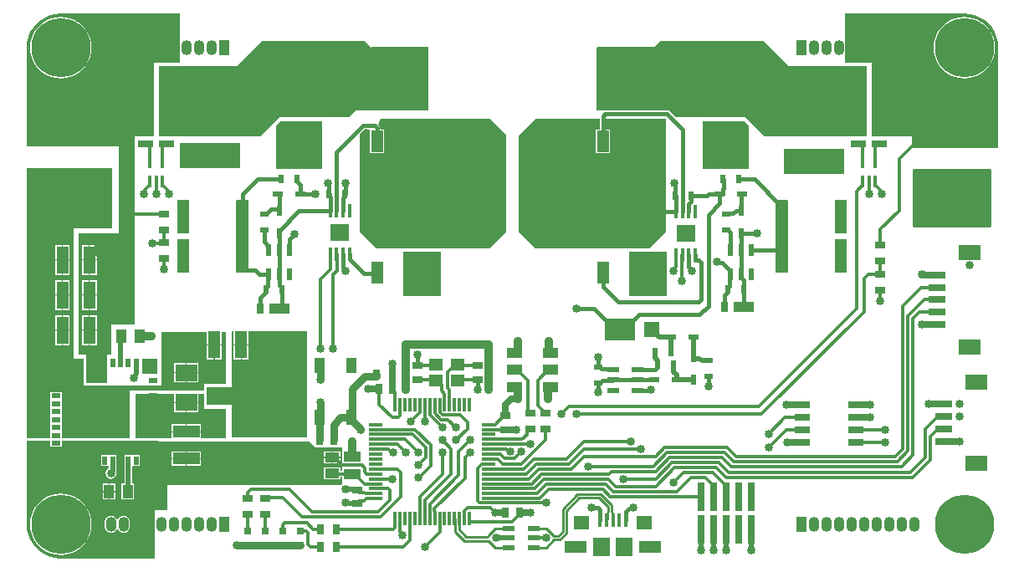
<source format=gtl>
G04*
G04 #@! TF.GenerationSoftware,Altium Limited,Altium Designer,21.0.8 (223)*
G04*
G04 Layer_Physical_Order=1*
G04 Layer_Color=255*
%FSLAX25Y25*%
%MOIN*%
G70*
G04*
G04 #@! TF.SameCoordinates,7C19FEE0-9405-418D-A0C6-2703AC14626A*
G04*
G04*
G04 #@! TF.FilePolarity,Positive*
G04*
G01*
G75*
%ADD14R,0.12205X0.08661*%
%ADD15R,0.05906X0.05984*%
%ADD16R,0.07874X0.04331*%
%ADD17R,0.03150X0.04331*%
%ADD18R,0.01575X0.05315*%
%ADD19R,0.06299X0.05512*%
%ADD20R,0.09055X0.05118*%
%ADD21R,0.07087X0.07480*%
%ADD22R,0.10709X0.04961*%
%ADD23R,0.05886X0.11614*%
%ADD24R,0.05886X0.02756*%
G04:AMPARAMS|DCode=25|XSize=314.96mil|YSize=236.22mil|CornerRadius=11.81mil|HoleSize=0mil|Usage=FLASHONLY|Rotation=0.000|XOffset=0mil|YOffset=0mil|HoleType=Round|Shape=RoundedRectangle|*
%AMROUNDEDRECTD25*
21,1,0.31496,0.21260,0,0,0.0*
21,1,0.29134,0.23622,0,0,0.0*
1,1,0.02362,0.14567,-0.10630*
1,1,0.02362,-0.14567,-0.10630*
1,1,0.02362,-0.14567,0.10630*
1,1,0.02362,0.14567,0.10630*
%
%ADD25ROUNDEDRECTD25*%
%ADD26R,0.02126X0.03701*%
%ADD27R,0.02362X0.04921*%
%ADD28R,0.01968X0.04134*%
%ADD29R,0.03701X0.02126*%
%ADD30R,0.04134X0.01968*%
%ADD31R,0.04921X0.13189*%
%ADD32R,0.13976X0.19291*%
%ADD33R,0.06004X0.02559*%
%ADD34R,0.03937X0.03150*%
%ADD35R,0.03071X0.03858*%
%ADD36R,0.03150X0.03937*%
%ADD37R,0.04724X0.08661*%
%ADD38R,0.22835X0.25197*%
%ADD39R,0.05807X0.01181*%
%ADD40R,0.01181X0.05807*%
%ADD41R,0.07087X0.02756*%
%ADD42R,0.08661X0.06299*%
%ADD43R,0.08465X0.16929*%
%ADD44R,0.01575X0.04724*%
%ADD45R,0.01772X0.05610*%
%ADD46R,0.07402X0.06614*%
%ADD47R,0.04921X0.02362*%
%ADD48R,0.05787X0.04016*%
%ADD49R,0.06496X0.06496*%
%ADD50R,0.01968X0.03740*%
%ADD51R,0.03740X0.01968*%
%ADD52R,0.19685X0.09252*%
%ADD53R,0.04409X0.04134*%
%ADD54R,0.03937X0.12992*%
%ADD55R,0.03858X0.03071*%
%ADD56R,0.03937X0.06102*%
%ADD57R,0.05512X0.04528*%
%ADD58R,0.02559X0.11221*%
%ADD59R,0.07480X0.03543*%
%ADD60R,0.07480X0.12598*%
%ADD61R,0.04528X0.02362*%
%ADD62R,0.07008X0.04016*%
%ADD63R,0.08858X0.06890*%
%ADD64R,0.05118X0.11102*%
%ADD65R,0.11102X0.05118*%
%ADD66R,0.03150X0.03150*%
%ADD67R,0.06299X0.03937*%
%ADD68R,0.04134X0.05512*%
%ADD124C,0.03347*%
%ADD129C,0.01772*%
%ADD130C,0.02000*%
%ADD131C,0.01181*%
%ADD132C,0.01575*%
%ADD133C,0.02559*%
%ADD134C,0.03071*%
%ADD135C,0.00972*%
%ADD136C,0.03937*%
%ADD137C,0.01968*%
%ADD138C,0.03150*%
%ADD139O,0.04331X0.05906*%
%ADD140R,0.04331X0.05906*%
%ADD141C,0.03347*%
%ADD142C,0.23622*%
%ADD143C,0.07874*%
G36*
X138583Y205098D02*
X161417D01*
Y179902D01*
X132402D01*
X129931Y177431D01*
X102431Y177431D01*
X94500Y169500D01*
X67500Y169500D01*
X54000D01*
Y197500D01*
X85000D01*
X95000Y207500D01*
X136181D01*
X138583Y205098D01*
D02*
G37*
G36*
X305000Y197500D02*
X336000D01*
Y169500D01*
X322000D01*
X295500Y169500D01*
X287569Y177431D01*
X260069Y177431D01*
X257598Y179902D01*
X228583D01*
Y205098D01*
X251417D01*
X253819Y207500D01*
X295000D01*
X305000Y197500D01*
D02*
G37*
G36*
X377129Y218440D02*
X379205Y217942D01*
X381178Y217125D01*
X382998Y216009D01*
X384622Y214622D01*
X386009Y212998D01*
X387124Y211178D01*
X387942Y209205D01*
X388440Y207129D01*
X388602Y205069D01*
X388589Y205000D01*
Y165000D01*
X354000Y165000D01*
Y169500D01*
X338000D01*
Y199000D01*
X327500D01*
Y203548D01*
X327588Y204213D01*
Y205787D01*
X327500Y206452D01*
Y218589D01*
X375000D01*
X375069Y218602D01*
X377129Y218440D01*
D02*
G37*
G36*
X256000Y131500D02*
X249500Y125000D01*
X204000D01*
X197500Y131500D01*
Y170000D01*
X204000Y176500D01*
X229813D01*
Y172428D01*
X228261D01*
Y162966D01*
X233786D01*
Y172428D01*
X232234D01*
Y176500D01*
X256000D01*
Y131500D01*
D02*
G37*
G36*
X192500Y170000D02*
X192500Y131500D01*
X186000Y125000D01*
X140500D01*
X134000Y131500D01*
X134000Y170788D01*
X136002Y172789D01*
X136214D01*
X138261Y172428D01*
Y162966D01*
X143786D01*
Y172428D01*
X142551D01*
X142234Y173011D01*
Y173077D01*
X142142Y173541D01*
X141880Y173934D01*
X141880Y173934D01*
X141559Y174254D01*
X141519Y174328D01*
X142286Y176483D01*
X142300Y176500D01*
X186000Y176500D01*
X192500Y170000D01*
D02*
G37*
G36*
X86500Y157000D02*
X62500D01*
Y167000D01*
X86500D01*
Y157000D01*
D02*
G37*
G36*
X289216Y173784D02*
X289216Y156500D01*
X270784D01*
X270784Y175500D01*
X287500Y175500D01*
X289216Y173784D01*
D02*
G37*
G36*
X119216Y175500D02*
X119216Y156500D01*
X100784D01*
X100784Y173784D01*
X102500Y175500D01*
X119216Y175500D01*
D02*
G37*
G36*
X327000Y154500D02*
X303000D01*
Y164500D01*
X327000D01*
Y154500D01*
D02*
G37*
G36*
X35500Y157000D02*
X35500Y133000D01*
X20000Y133000D01*
X20000Y125117D01*
X20000Y81114D01*
X24035Y81114D01*
Y70354D01*
X53760Y70354D01*
X54854D01*
X55000Y70500D01*
Y78850D01*
Y91768D01*
X73187D01*
Y86700D01*
X76146D01*
X79105D01*
Y91768D01*
X80732D01*
Y71000D01*
X72000D01*
Y68319D01*
X53760D01*
X42342Y68319D01*
X42342Y49421D01*
X15380Y49421D01*
Y51671D01*
X15380Y51790D01*
Y52171D01*
X15380Y52290D01*
Y54821D01*
X15380Y54939D01*
Y55321D01*
X15380Y55439D01*
Y57970D01*
X15380Y58089D01*
Y58470D01*
X15380Y58589D01*
Y61120D01*
X15380Y61239D01*
Y61620D01*
X15380Y61739D01*
Y64269D01*
X15380Y64388D01*
Y64769D01*
X15380Y64888D01*
Y67538D01*
X10840D01*
Y64888D01*
X10840Y64769D01*
Y64388D01*
X10840Y64269D01*
Y61739D01*
X10840Y61620D01*
Y61239D01*
X10840Y61120D01*
Y58589D01*
X10840Y58470D01*
Y58089D01*
X10840Y57970D01*
Y55439D01*
X10840Y55321D01*
Y54939D01*
X10840Y54821D01*
Y52290D01*
X10840Y52171D01*
Y51790D01*
X10840Y51671D01*
Y49421D01*
X1411D01*
Y157000D01*
X35500Y157000D01*
D02*
G37*
G36*
X304650Y115405D02*
X299728D01*
Y144095D01*
X304650D01*
Y115405D01*
D02*
G37*
G36*
X89772D02*
X84850D01*
Y144095D01*
X89772D01*
Y115405D01*
D02*
G37*
G36*
X256500Y106000D02*
X241500D01*
Y123500D01*
X256500D01*
Y106000D01*
D02*
G37*
G36*
X166500D02*
X151500D01*
Y123500D01*
X166500D01*
Y106000D01*
D02*
G37*
G36*
X113000Y49500D02*
X83000D01*
Y62500D01*
X73252D01*
Y69500D01*
X83000D01*
Y92000D01*
X83895D01*
Y86700D01*
X86854D01*
X89813D01*
Y92000D01*
X113000D01*
Y49500D01*
D02*
G37*
G36*
X15000Y218589D02*
X62500D01*
Y206452D01*
X62413Y205787D01*
Y204213D01*
X62500Y203548D01*
Y199000D01*
X62500Y199000D01*
X52000D01*
Y169500D01*
X44500D01*
Y94500D01*
X35000D01*
X35000Y82500D01*
X33484D01*
Y71469D01*
X25216D01*
Y82500D01*
X22000D01*
X22000Y131000D01*
X38000Y131000D01*
X38000Y165500D01*
X1411Y165500D01*
Y204500D01*
X1411Y205000D01*
X1431Y205492D01*
X1560Y207129D01*
X2058Y209205D01*
X2875Y211178D01*
X3991Y212998D01*
X5378Y214622D01*
X7002Y216009D01*
X8822Y217125D01*
X10795Y217942D01*
X12871Y218440D01*
X14931Y218602D01*
X15000Y218589D01*
D02*
G37*
G36*
X60171Y67138D02*
Y63794D01*
X65000D01*
X69829D01*
Y67138D01*
X72000D01*
X72000Y61000D01*
X80732D01*
Y49421D01*
X70951D01*
Y51654D01*
X59049D01*
Y49421D01*
X44705D01*
X44705Y67138D01*
X53760D01*
X60171D01*
D02*
G37*
G36*
X10840Y48240D02*
Y45872D01*
X15380D01*
Y48240D01*
X53760Y48240D01*
Y48000D01*
X114000D01*
X116500Y45500D01*
X127035Y45500D01*
X127035Y36622D01*
X126630Y36277D01*
X126294Y36399D01*
Y37758D01*
X119706D01*
Y32943D01*
X126294D01*
Y33986D01*
X127035D01*
X127035Y30939D01*
X126591Y30500D01*
X110965Y30500D01*
X57500Y30500D01*
Y20500D01*
X52500D01*
Y16452D01*
X52412Y15787D01*
Y14213D01*
X52500Y13548D01*
Y1411D01*
X15529D01*
X15030Y1411D01*
X15029Y1411D01*
X14536Y1430D01*
X12884Y1560D01*
X10805Y2059D01*
X8830Y2877D01*
X7008Y3994D01*
X5382Y5382D01*
X3994Y7008D01*
X2877Y8830D01*
X2059Y10805D01*
X1560Y12884D01*
X1432Y14510D01*
X1411Y15001D01*
X1411Y15030D01*
X1411Y15494D01*
Y48240D01*
X10840D01*
D02*
G37*
%LPC*%
G36*
X375000Y217249D02*
X373084Y217098D01*
X371215Y216649D01*
X369439Y215914D01*
X367800Y214910D01*
X366339Y213661D01*
X365090Y212200D01*
X364086Y210561D01*
X363351Y208785D01*
X362902Y206916D01*
X362751Y205000D01*
X362902Y203084D01*
X363351Y201215D01*
X364086Y199439D01*
X365090Y197800D01*
X366339Y196339D01*
X367800Y195090D01*
X369439Y194086D01*
X371215Y193351D01*
X373084Y192902D01*
X375000Y192751D01*
X376916Y192902D01*
X378785Y193351D01*
X380561Y194086D01*
X382200Y195090D01*
X383661Y196339D01*
X384910Y197800D01*
X385914Y199439D01*
X386649Y201215D01*
X387098Y203084D01*
X387249Y205000D01*
X387098Y206916D01*
X386649Y208785D01*
X385914Y210561D01*
X384910Y212200D01*
X383661Y213661D01*
X382200Y214910D01*
X380561Y215914D01*
X378785Y216649D01*
X376916Y217098D01*
X375000Y217249D01*
D02*
G37*
G36*
X18605Y126306D02*
X15846D01*
Y120554D01*
X18605D01*
Y126306D01*
D02*
G37*
G36*
X15446D02*
X12687D01*
Y120554D01*
X15446D01*
Y126306D01*
D02*
G37*
G36*
X18605Y120154D02*
X15846D01*
Y114403D01*
X18605D01*
Y120154D01*
D02*
G37*
G36*
X15446D02*
X12687D01*
Y114403D01*
X15446D01*
Y120154D01*
D02*
G37*
G36*
X18605Y112306D02*
X15846D01*
Y106554D01*
X18605D01*
Y112306D01*
D02*
G37*
G36*
X15446D02*
X12687D01*
Y106554D01*
X15446D01*
Y112306D01*
D02*
G37*
G36*
X18605Y106154D02*
X15846D01*
Y100403D01*
X18605D01*
Y106154D01*
D02*
G37*
G36*
X15446D02*
X12687D01*
Y100403D01*
X15446D01*
Y106154D01*
D02*
G37*
G36*
X18605Y98306D02*
X15846D01*
Y92554D01*
X18605D01*
Y98306D01*
D02*
G37*
G36*
X15446D02*
X12687D01*
Y92554D01*
X15446D01*
Y98306D01*
D02*
G37*
G36*
X18605Y92154D02*
X15846D01*
Y86403D01*
X18605D01*
Y92154D01*
D02*
G37*
G36*
X15446D02*
X12687D01*
Y86403D01*
X15446D01*
Y92154D01*
D02*
G37*
G36*
X79105Y86300D02*
X76346D01*
Y80549D01*
X79105D01*
Y86300D01*
D02*
G37*
G36*
X75946D02*
X73187D01*
Y80549D01*
X75946D01*
Y86300D01*
D02*
G37*
G36*
X69829Y79250D02*
X65200D01*
Y75605D01*
X69829D01*
Y79250D01*
D02*
G37*
G36*
X64800D02*
X60171D01*
Y75605D01*
X64800D01*
Y79250D01*
D02*
G37*
G36*
X69829Y75205D02*
X65200D01*
Y71561D01*
X69829D01*
Y75205D01*
D02*
G37*
G36*
X64800D02*
X60171D01*
Y71561D01*
X64800D01*
Y75205D01*
D02*
G37*
G36*
X89813Y86300D02*
X87054D01*
Y80549D01*
X89813D01*
Y86300D01*
D02*
G37*
G36*
X86654D02*
X83895D01*
Y80549D01*
X86654D01*
Y86300D01*
D02*
G37*
G36*
X15000Y217249D02*
X13084Y217098D01*
X11215Y216649D01*
X9439Y215914D01*
X7800Y214910D01*
X6339Y213661D01*
X5091Y212200D01*
X4086Y210561D01*
X3351Y208785D01*
X2902Y206916D01*
X2751Y205000D01*
X2902Y203084D01*
X3351Y201215D01*
X4086Y199439D01*
X5091Y197800D01*
X6339Y196339D01*
X7800Y195090D01*
X9439Y194086D01*
X11215Y193351D01*
X13084Y192902D01*
X15000Y192751D01*
X16916Y192902D01*
X18785Y193351D01*
X20561Y194086D01*
X22200Y195090D01*
X23661Y196339D01*
X24909Y197800D01*
X25914Y199439D01*
X26649Y201215D01*
X27098Y203084D01*
X27249Y205000D01*
X27098Y206916D01*
X26649Y208785D01*
X25914Y210561D01*
X24909Y212200D01*
X23661Y213661D01*
X22200Y214910D01*
X20561Y215914D01*
X18785Y216649D01*
X16916Y217098D01*
X15000Y217249D01*
D02*
G37*
G36*
X29313Y126306D02*
X26554D01*
Y120554D01*
X29313D01*
Y126306D01*
D02*
G37*
G36*
X26154D02*
X23395D01*
Y120554D01*
X26154D01*
Y126306D01*
D02*
G37*
G36*
X29313Y120154D02*
X26554D01*
Y114403D01*
X29313D01*
Y120154D01*
D02*
G37*
G36*
X26154D02*
X23395D01*
Y114403D01*
X26154D01*
Y120154D01*
D02*
G37*
G36*
X29313Y112306D02*
X26554D01*
Y106554D01*
X29313D01*
Y112306D01*
D02*
G37*
G36*
X26154D02*
X23395D01*
Y106554D01*
X26154D01*
Y112306D01*
D02*
G37*
G36*
X29313Y106154D02*
X26554D01*
Y100403D01*
X29313D01*
Y106154D01*
D02*
G37*
G36*
X26154D02*
X23395D01*
Y100403D01*
X26154D01*
Y106154D01*
D02*
G37*
G36*
X29313Y98306D02*
X26554D01*
Y92554D01*
X29313D01*
Y98306D01*
D02*
G37*
G36*
X26154D02*
X23395D01*
Y92554D01*
X26154D01*
Y98306D01*
D02*
G37*
G36*
X29313Y92154D02*
X26554D01*
Y86403D01*
X29313D01*
Y92154D01*
D02*
G37*
G36*
X26154D02*
X23395D01*
Y86403D01*
X26154D01*
Y92154D01*
D02*
G37*
G36*
X69829Y63394D02*
X65200D01*
Y59750D01*
X69829D01*
Y63394D01*
D02*
G37*
G36*
X64800D02*
X60171D01*
Y59750D01*
X64800D01*
Y63394D01*
D02*
G37*
G36*
X70951Y54813D02*
X65200D01*
Y52054D01*
X70951D01*
Y54813D01*
D02*
G37*
G36*
X64800D02*
X59049D01*
Y52054D01*
X64800D01*
Y54813D01*
D02*
G37*
G36*
X126294Y44058D02*
X123200D01*
Y41850D01*
X126294D01*
Y44058D01*
D02*
G37*
G36*
X122800D02*
X119706D01*
Y41850D01*
X122800D01*
Y44058D01*
D02*
G37*
G36*
X70951Y44105D02*
X65200D01*
Y41346D01*
X70951D01*
Y44105D01*
D02*
G37*
G36*
X64800D02*
X59049D01*
Y41346D01*
X64800D01*
Y44105D01*
D02*
G37*
G36*
X126294Y41450D02*
X123200D01*
Y39242D01*
X126294D01*
Y41450D01*
D02*
G37*
G36*
X122800D02*
X119706D01*
Y39242D01*
X122800D01*
Y41450D01*
D02*
G37*
G36*
X70951Y40946D02*
X65200D01*
Y38187D01*
X70951D01*
Y40946D01*
D02*
G37*
G36*
X64800D02*
X59049D01*
Y38187D01*
X64800D01*
Y40946D01*
D02*
G37*
G36*
X34265Y42735D02*
X33884D01*
X33765Y42735D01*
X31116D01*
Y38195D01*
X33806Y38195D01*
X34174Y37815D01*
X34164Y37635D01*
X34130Y37387D01*
X33433Y36921D01*
X32953Y36202D01*
X32784Y35354D01*
X32953Y34506D01*
X33433Y33788D01*
X34152Y33307D01*
X35000Y33139D01*
X35848Y33307D01*
X36567Y33788D01*
X37047Y34506D01*
X37216Y35354D01*
X37047Y36202D01*
X37031Y36226D01*
X37061Y36377D01*
Y40465D01*
X37034Y40601D01*
Y42735D01*
X34384D01*
X34265Y42735D01*
D02*
G37*
G36*
X36727Y31156D02*
X34460D01*
Y28200D01*
X36727D01*
Y31156D01*
D02*
G37*
G36*
X34060D02*
X31793D01*
Y28200D01*
X34060D01*
Y31156D01*
D02*
G37*
G36*
X43714Y42735D02*
X43333D01*
X43214Y42735D01*
X40565D01*
Y40601D01*
X40538Y40465D01*
Y31156D01*
X39273D01*
Y24844D01*
X44207D01*
Y31156D01*
X43360D01*
Y37842D01*
X43714Y38195D01*
X43860Y38195D01*
X46483D01*
Y42735D01*
X43833D01*
X43714Y42735D01*
D02*
G37*
G36*
X36727Y27800D02*
X34460D01*
Y24844D01*
X36727D01*
Y27800D01*
D02*
G37*
G36*
X34060D02*
X31793D01*
Y24844D01*
X34060D01*
Y27800D01*
D02*
G37*
G36*
X40000Y18375D02*
X39330Y18287D01*
X38706Y18028D01*
X38170Y17617D01*
X37774Y17100D01*
X37648Y17081D01*
X37352D01*
X37226Y17100D01*
X36830Y17617D01*
X36294Y18028D01*
X35670Y18287D01*
X35000Y18375D01*
X34330Y18287D01*
X33706Y18028D01*
X33170Y17617D01*
X32759Y17081D01*
X32501Y16457D01*
X32412Y15787D01*
Y14213D01*
X32501Y13543D01*
X32759Y12919D01*
X33170Y12383D01*
X33706Y11972D01*
X34330Y11713D01*
X35000Y11625D01*
X35670Y11713D01*
X36294Y11972D01*
X36830Y12383D01*
X37226Y12900D01*
X37352Y12919D01*
X37648D01*
X37774Y12900D01*
X38170Y12383D01*
X38706Y11972D01*
X39330Y11713D01*
X40000Y11625D01*
X40670Y11713D01*
X41294Y11972D01*
X41830Y12383D01*
X42241Y12919D01*
X42499Y13543D01*
X42588Y14213D01*
Y15787D01*
X42499Y16457D01*
X42241Y17081D01*
X41830Y17617D01*
X41294Y18028D01*
X40670Y18287D01*
X40000Y18375D01*
D02*
G37*
G36*
X15000Y27249D02*
X13084Y27098D01*
X11215Y26649D01*
X9439Y25914D01*
X7800Y24909D01*
X6339Y23661D01*
X5091Y22200D01*
X4086Y20561D01*
X3351Y18785D01*
X2902Y16916D01*
X2751Y15000D01*
X2902Y13084D01*
X3351Y11215D01*
X4086Y9439D01*
X5091Y7800D01*
X6339Y6339D01*
X7800Y5091D01*
X9439Y4086D01*
X11215Y3351D01*
X13084Y2902D01*
X15000Y2751D01*
X16916Y2902D01*
X18785Y3351D01*
X20561Y4086D01*
X22200Y5091D01*
X23661Y6339D01*
X24909Y7800D01*
X25914Y9439D01*
X26649Y11215D01*
X27098Y13084D01*
X27249Y15000D01*
X27098Y16916D01*
X26649Y18785D01*
X25914Y20561D01*
X24909Y22200D01*
X23661Y23661D01*
X22200Y24909D01*
X20561Y25914D01*
X18785Y26649D01*
X16916Y27098D01*
X15000Y27249D01*
D02*
G37*
%LPD*%
D14*
X237689Y92500D02*
D03*
D15*
X250366D02*
D03*
D16*
X102059Y101000D02*
D03*
X287059Y101500D02*
D03*
D17*
X94579Y101000D02*
D03*
X279579Y101500D02*
D03*
D18*
X240118Y16532D02*
D03*
X229882D02*
D03*
X232441D02*
D03*
X235000D02*
D03*
X237559D02*
D03*
D19*
X222402Y15646D02*
D03*
X247598D02*
D03*
D20*
X220236Y6000D02*
D03*
X249764D02*
D03*
D21*
X230472D02*
D03*
X239528D02*
D03*
D22*
X308500Y161764D02*
D03*
Y172236D02*
D03*
X321500D02*
D03*
Y161764D02*
D03*
X68500Y174736D02*
D03*
Y164264D02*
D03*
X81000Y174736D02*
D03*
Y164264D02*
D03*
D23*
X341146Y175862D02*
D03*
X332854D02*
D03*
X57146D02*
D03*
X48854D02*
D03*
D24*
X341146Y166709D02*
D03*
X332854D02*
D03*
X57146D02*
D03*
X48854D02*
D03*
D25*
X370000Y145000D02*
D03*
X19500D02*
D03*
X20000Y177500D02*
D03*
X370000D02*
D03*
D26*
X96850Y108500D02*
D03*
X103150D02*
D03*
X102850Y152500D02*
D03*
X109150D02*
D03*
X266150Y146000D02*
D03*
X259850D02*
D03*
X128150Y146500D02*
D03*
X121850D02*
D03*
X252850Y78500D02*
D03*
X259150D02*
D03*
X251850Y83500D02*
D03*
X258150D02*
D03*
X280850Y108500D02*
D03*
X287150D02*
D03*
X285150Y152500D02*
D03*
X278850D02*
D03*
D27*
X97866Y114579D02*
D03*
X102000D02*
D03*
X106134D02*
D03*
Y124421D02*
D03*
X102000D02*
D03*
X97866D02*
D03*
X281866Y114579D02*
D03*
X286000D02*
D03*
X290134D02*
D03*
Y124421D02*
D03*
X286000D02*
D03*
X281866D02*
D03*
D28*
X102000Y139980D02*
D03*
Y131020D02*
D03*
X267000Y72520D02*
D03*
Y81480D02*
D03*
X286000Y139980D02*
D03*
Y131020D02*
D03*
D29*
X96000Y138650D02*
D03*
Y132350D02*
D03*
X229000Y71350D02*
D03*
Y77650D02*
D03*
X273000Y80150D02*
D03*
Y73850D02*
D03*
X280000Y138650D02*
D03*
Y132350D02*
D03*
D30*
X110480Y146500D02*
D03*
X101520D02*
D03*
X251520Y72500D02*
D03*
X260480D02*
D03*
X266980Y89500D02*
D03*
X258020D02*
D03*
X277520Y146500D02*
D03*
X286480D02*
D03*
D31*
X63689Y137500D02*
D03*
X87311D02*
D03*
X63689Y122000D02*
D03*
X87311D02*
D03*
X325811Y137500D02*
D03*
X302189D02*
D03*
X325811Y122000D02*
D03*
X302189D02*
D03*
D32*
X217047Y150000D02*
D03*
X172953D02*
D03*
D33*
X331677Y62500D02*
D03*
Y57500D02*
D03*
Y52500D02*
D03*
Y47500D02*
D03*
X310323D02*
D03*
Y52500D02*
D03*
Y57500D02*
D03*
Y62500D02*
D03*
D34*
X341500Y126150D02*
D03*
Y119850D02*
D03*
X56000Y138650D02*
D03*
Y132350D02*
D03*
X341500Y114650D02*
D03*
Y108350D02*
D03*
X56000Y127150D02*
D03*
Y120850D02*
D03*
X208000Y59150D02*
D03*
Y52850D02*
D03*
X202000D02*
D03*
Y59150D02*
D03*
X89500Y25150D02*
D03*
Y18850D02*
D03*
X96500D02*
D03*
Y25150D02*
D03*
D35*
X197756Y19500D02*
D03*
X192244D02*
D03*
X141744Y69000D02*
D03*
X147256D02*
D03*
X118244Y48500D02*
D03*
X123756D02*
D03*
D36*
X147150Y74500D02*
D03*
X140850D02*
D03*
X124650Y13000D02*
D03*
X118350D02*
D03*
Y6000D02*
D03*
X124650D02*
D03*
D37*
X158976Y167697D02*
D03*
X141024D02*
D03*
X248976D02*
D03*
X231024D02*
D03*
X158976Y115197D02*
D03*
X141024D02*
D03*
X248976D02*
D03*
X231024D02*
D03*
D38*
X150000Y192500D02*
D03*
X240000D02*
D03*
X150000Y140000D02*
D03*
X240000D02*
D03*
D39*
X185591Y54764D02*
D03*
Y52795D02*
D03*
Y50827D02*
D03*
Y48858D02*
D03*
X185591Y46890D02*
D03*
X185591Y44921D02*
D03*
Y42953D02*
D03*
Y40984D02*
D03*
Y39016D02*
D03*
Y37047D02*
D03*
Y35079D02*
D03*
X185591Y33110D02*
D03*
X185591Y31142D02*
D03*
Y29173D02*
D03*
Y27205D02*
D03*
Y25236D02*
D03*
X140409D02*
D03*
Y27205D02*
D03*
Y29173D02*
D03*
Y31142D02*
D03*
X140409Y33110D02*
D03*
X140409Y35079D02*
D03*
Y37047D02*
D03*
Y39016D02*
D03*
Y40984D02*
D03*
Y42953D02*
D03*
Y44921D02*
D03*
X140409Y46890D02*
D03*
X140409Y48858D02*
D03*
Y50827D02*
D03*
Y52795D02*
D03*
Y54764D02*
D03*
D40*
X177764Y17410D02*
D03*
X175795D02*
D03*
X173827D02*
D03*
X171858D02*
D03*
X169890Y17409D02*
D03*
X167921Y17410D02*
D03*
X165953D02*
D03*
X163984D02*
D03*
X162016D02*
D03*
X160047D02*
D03*
X158079D02*
D03*
X156110Y17409D02*
D03*
X154142Y17410D02*
D03*
X152173D02*
D03*
X150205D02*
D03*
X148236D02*
D03*
Y62590D02*
D03*
X150205D02*
D03*
X152173D02*
D03*
X154142D02*
D03*
X156110Y62591D02*
D03*
X158079Y62590D02*
D03*
X160047D02*
D03*
X162016D02*
D03*
X163984D02*
D03*
X165953D02*
D03*
X167921D02*
D03*
X169890Y62591D02*
D03*
X171858Y62590D02*
D03*
X173827D02*
D03*
X175795D02*
D03*
X177764D02*
D03*
D41*
X363976Y94657D02*
D03*
Y99579D02*
D03*
Y104500D02*
D03*
Y109421D02*
D03*
Y114342D02*
D03*
X366657Y48118D02*
D03*
Y53039D02*
D03*
Y57961D02*
D03*
Y62882D02*
D03*
D42*
X376969Y123201D02*
D03*
Y85799D02*
D03*
X379650Y71740D02*
D03*
Y39260D02*
D03*
D43*
X280000Y199035D02*
D03*
Y165965D02*
D03*
X110000Y199035D02*
D03*
Y165965D02*
D03*
D44*
X50441Y159240D02*
D03*
X55559D02*
D03*
Y151760D02*
D03*
X53000D02*
D03*
X50441D02*
D03*
X334441Y159240D02*
D03*
X339559D02*
D03*
Y151760D02*
D03*
X337000D02*
D03*
X334441D02*
D03*
D45*
X260161Y122291D02*
D03*
X262720D02*
D03*
X265280D02*
D03*
X267839D02*
D03*
Y139709D02*
D03*
X265280D02*
D03*
X262720D02*
D03*
X260161D02*
D03*
X122382Y122583D02*
D03*
X124941D02*
D03*
X127500D02*
D03*
X130059D02*
D03*
Y140000D02*
D03*
X127500D02*
D03*
X124941D02*
D03*
X122382D02*
D03*
D46*
X264000Y131000D02*
D03*
X126221Y131291D02*
D03*
D47*
X235079Y76634D02*
D03*
Y72500D02*
D03*
Y68366D02*
D03*
X244921D02*
D03*
Y72500D02*
D03*
Y76634D02*
D03*
D48*
X123000Y35350D02*
D03*
Y41650D02*
D03*
D49*
X14488Y41843D02*
D03*
X50512D02*
D03*
Y77866D02*
D03*
X14488D02*
D03*
D50*
X19902Y40465D02*
D03*
X23051D02*
D03*
X26201D02*
D03*
X29350D02*
D03*
X32500D02*
D03*
X35650D02*
D03*
X38799D02*
D03*
X41949D02*
D03*
X45098D02*
D03*
Y79244D02*
D03*
X41949D02*
D03*
X38799D02*
D03*
X35650D02*
D03*
X32500D02*
D03*
X29350D02*
D03*
X26201D02*
D03*
X23051D02*
D03*
X19902D02*
D03*
D51*
X51890Y47256D02*
D03*
Y50406D02*
D03*
Y53555D02*
D03*
Y56705D02*
D03*
Y59854D02*
D03*
Y63004D02*
D03*
Y66154D02*
D03*
Y69303D02*
D03*
Y72453D02*
D03*
X13110D02*
D03*
Y69303D02*
D03*
Y66154D02*
D03*
Y63004D02*
D03*
Y59854D02*
D03*
Y56705D02*
D03*
Y53555D02*
D03*
Y50406D02*
D03*
Y47256D02*
D03*
D52*
X32500Y59854D02*
D03*
D53*
X27827Y73929D02*
D03*
D54*
X46673Y59854D02*
D03*
D55*
X192000Y58256D02*
D03*
Y52744D02*
D03*
X133000Y28756D02*
D03*
Y23244D02*
D03*
X181000Y72744D02*
D03*
Y78256D02*
D03*
X157000D02*
D03*
Y72744D02*
D03*
D56*
X130799Y78335D02*
D03*
Y57665D02*
D03*
X118201Y78335D02*
D03*
Y57665D02*
D03*
D57*
X173231Y78750D02*
D03*
X164569D02*
D03*
Y72450D02*
D03*
X173231D02*
D03*
D58*
X270000Y12905D02*
D03*
Y26094D02*
D03*
X275000Y12905D02*
D03*
Y26094D02*
D03*
X280000Y12905D02*
D03*
Y26094D02*
D03*
X285000Y12905D02*
D03*
Y26094D02*
D03*
X290000Y12905D02*
D03*
Y26094D02*
D03*
D59*
X76992Y75055D02*
D03*
Y66000D02*
D03*
Y56945D02*
D03*
D60*
X101008Y66000D02*
D03*
D61*
X193382Y5760D02*
D03*
Y9500D02*
D03*
Y13240D02*
D03*
X203618D02*
D03*
Y9500D02*
D03*
Y5760D02*
D03*
D62*
X131000Y34996D02*
D03*
Y42004D02*
D03*
D63*
X65000Y63595D02*
D03*
Y75406D02*
D03*
D64*
X26354Y120354D02*
D03*
X15646D02*
D03*
X26354Y106354D02*
D03*
X15646D02*
D03*
X26354Y92354D02*
D03*
X15646D02*
D03*
X86854Y86500D02*
D03*
X76146D02*
D03*
D65*
X65000Y51854D02*
D03*
Y41146D02*
D03*
D66*
X89500Y6547D02*
D03*
Y12453D02*
D03*
X96500Y6547D02*
D03*
Y12453D02*
D03*
X103500Y6547D02*
D03*
Y12453D02*
D03*
X110500Y6547D02*
D03*
Y12453D02*
D03*
D67*
X210283Y69610D02*
D03*
Y76500D02*
D03*
Y83390D02*
D03*
X195717Y69610D02*
D03*
Y76500D02*
D03*
Y83390D02*
D03*
D68*
X46480Y90000D02*
D03*
X39000D02*
D03*
X34260Y28000D02*
D03*
X41740D02*
D03*
D124*
X196705Y69610D02*
X197000Y69315D01*
Y65000D02*
Y69315D01*
X195717Y69610D02*
X196705D01*
X209000Y69315D02*
X209295Y69610D01*
X210283D01*
X209000Y65000D02*
Y69315D01*
X209795Y83390D02*
X210283D01*
X209500Y83685D02*
X209795Y83390D01*
X209500Y83685D02*
Y88000D01*
X196705Y83390D02*
X197000Y83685D01*
X195717Y83390D02*
X196705D01*
X197000Y83685D02*
Y88000D01*
X185500Y68500D02*
Y86500D01*
X169000D02*
X185500D01*
X169000Y86500D02*
X169000Y86500D01*
X152500Y86500D02*
X169000D01*
X152500Y68500D02*
Y86500D01*
X131000Y42004D02*
Y48000D01*
X46480Y90000D02*
X51000D01*
D129*
X227417Y101000D02*
X235917Y92500D01*
X237689D01*
X220500Y101000D02*
X227417D01*
X128000Y145563D02*
Y146500D01*
X269500Y98500D02*
X273000Y102000D01*
X237689Y92500D02*
X239461D01*
X245461Y98500D01*
X269500D01*
X273000Y138339D02*
X277520Y142858D01*
X273000Y102000D02*
Y138339D01*
X277520Y142858D02*
Y146500D01*
X229000Y67500D02*
Y71350D01*
X244988Y68433D02*
X249933D01*
X244921Y68366D02*
X244988Y68433D01*
X249933D02*
X250000Y68500D01*
X273000Y70000D02*
Y73850D01*
X229000Y77650D02*
Y81500D01*
X251772Y76634D02*
X252850Y77713D01*
X244921Y76634D02*
X251772D01*
X244921Y72500D02*
X251520D01*
X235079D02*
X244921D01*
X234784Y76929D02*
X235079Y76634D01*
X230508Y76929D02*
X234784D01*
X229787Y77650D02*
X230508Y76929D01*
X229000Y77650D02*
X229787D01*
X230642Y72205D02*
X234784D01*
X229000Y71350D02*
X229787D01*
X234784Y72205D02*
X235079Y72500D01*
X229787Y71350D02*
X230642Y72205D01*
X302189Y137500D02*
Y141634D01*
X285150Y152500D02*
X291323D01*
X302189Y141634D01*
X278526Y119199D02*
X281866Y115858D01*
X276500Y119500D02*
X276801Y119199D01*
X281866Y114579D02*
Y115858D01*
X276801Y119199D02*
X278526D01*
X300614Y124421D02*
X302189Y122846D01*
X290134Y124421D02*
X300614D01*
X302189Y122000D02*
Y122846D01*
X279579Y106441D02*
X280850Y107713D01*
X279579Y101500D02*
Y106441D01*
X280850Y107713D02*
Y108500D01*
X281571Y110008D02*
Y114284D01*
X280850Y109287D02*
X281571Y110008D01*
Y114284D02*
X281866Y114579D01*
X280850Y108500D02*
Y109287D01*
X106134Y128634D02*
X108000Y130500D01*
X106134Y124421D02*
Y128634D01*
X94579Y101000D02*
Y105441D01*
X96850Y107713D01*
Y108500D01*
Y109287D02*
X97571Y110008D01*
X96850Y108500D02*
Y109287D01*
X97571Y114284D02*
X97866Y114579D01*
X97571Y110008D02*
Y114284D01*
X87311Y117866D02*
X88886Y116291D01*
X92429D02*
X94142Y114579D01*
X87311Y117866D02*
Y122000D01*
X88886Y116291D02*
X92429D01*
X94142Y114579D02*
X97866D01*
X87311Y137500D02*
X87500Y137689D01*
Y146500D01*
X93500Y152500D01*
X102850D01*
X286972Y108677D02*
Y112327D01*
X286000Y113299D02*
X286972Y112327D01*
X286000Y113299D02*
Y114579D01*
X237000Y103500D02*
X268962D01*
X270000Y104538D01*
X267839Y120372D02*
X268962D01*
X270000Y104538D02*
Y119334D01*
X268962Y120372D02*
X270000Y119334D01*
X266500Y116000D02*
Y116426D01*
X265280Y117647D02*
Y122291D01*
Y117647D02*
X266500Y116426D01*
X267839Y120372D02*
Y122291D01*
X103000Y101941D02*
Y108350D01*
X103150Y108500D01*
X102059Y101000D02*
X103000Y101941D01*
X287150Y101591D02*
Y108500D01*
X287059Y101500D02*
X287150Y101591D01*
X240000Y140000D02*
X240291Y139709D01*
X260161D01*
X279000Y149000D02*
Y152350D01*
X278850Y152500D02*
X279000Y152350D01*
X277520Y146500D02*
X278602D01*
X278701Y146598D01*
Y148701D01*
X279000Y149000D01*
X273000Y146500D02*
X277520D01*
X266150Y146000D02*
X272500D01*
X273000Y146500D01*
X266000Y145850D02*
X266150Y146000D01*
X266000Y143500D02*
Y145850D01*
X265280Y142780D02*
X266000Y143500D01*
X265280Y139709D02*
Y142780D01*
X286010Y131010D02*
X292490D01*
X286000Y131020D02*
X286010Y131010D01*
X292490D02*
X292500Y131000D01*
X259500Y151000D02*
X259675Y150825D01*
Y146175D02*
X259850Y146000D01*
X259675Y146175D02*
Y150825D01*
X286000Y139980D02*
Y146402D01*
X286098Y146500D01*
X286480D01*
X284000Y140000D02*
X285980D01*
X286000Y139980D01*
X280000Y138650D02*
X280177Y138827D01*
X282827D01*
X284000Y140000D01*
X280787Y132350D02*
X281866Y131272D01*
X280000Y132350D02*
X280787D01*
X281866Y124421D02*
Y131272D01*
X286000Y124421D02*
Y131020D01*
Y114579D02*
Y124421D01*
X286972Y108677D02*
X287150Y108500D01*
X102000Y132102D02*
X109898Y140000D01*
X102000Y131020D02*
Y132102D01*
X109898Y140000D02*
X122382D01*
X102000Y114579D02*
Y124421D01*
Y110437D02*
Y114579D01*
X103150Y108500D02*
Y109287D01*
X102000Y110437D02*
X103150Y109287D01*
X102000Y124421D02*
Y131020D01*
X96000Y127567D02*
X97866Y125701D01*
X96000Y127567D02*
Y132350D01*
X97866Y124421D02*
Y125701D01*
X102000Y140402D02*
Y146402D01*
Y139980D02*
Y140402D01*
X101902Y140500D02*
X102000Y140402D01*
X98638Y140500D02*
X101902D01*
X96787Y138650D02*
X98638Y140500D01*
X96000Y138650D02*
X96787D01*
X101520Y146500D02*
X101902D01*
X102000Y146402D01*
X109150Y151713D02*
X110480Y150382D01*
X109150Y151713D02*
Y152500D01*
X110480Y146500D02*
Y150382D01*
X110500Y146500D02*
X116500D01*
X128325Y150825D02*
X128500Y151000D01*
X128150Y146500D02*
X128325Y146675D01*
Y150825D01*
X122000Y145563D02*
Y146500D01*
X121675Y146675D02*
Y150825D01*
Y146675D02*
X121850Y146500D01*
X121500Y151000D02*
X121675Y150825D01*
X260028Y143473D02*
Y145823D01*
X260161Y139709D02*
Y143339D01*
X260028Y143473D02*
X260161Y143339D01*
X259850Y146000D02*
X260028Y145823D01*
X127500Y145063D02*
X128000Y145563D01*
X127500Y140000D02*
Y145063D01*
X122000Y145563D02*
X122382Y145181D01*
Y140000D02*
Y145181D01*
X127500Y117426D02*
X128500Y116426D01*
Y116000D02*
Y116426D01*
X127500Y117426D02*
Y122583D01*
X135722Y115000D02*
X141000D01*
X130059Y120663D02*
X135722Y115000D01*
X130059Y120663D02*
Y122583D01*
X231000Y109500D02*
Y115173D01*
X231024Y115197D01*
X231000Y109500D02*
X237000Y103500D01*
D130*
X253327Y89500D02*
X258020D01*
X250366Y92461D02*
X253327Y89500D01*
X250366Y92461D02*
Y92500D01*
X252850Y78500D02*
Y80350D01*
Y77713D02*
Y78500D01*
X251913Y81287D02*
X252850Y80350D01*
X251850Y83500D02*
X251913Y83437D01*
Y81287D02*
Y83437D01*
X258134Y89500D02*
X258150Y89484D01*
Y83500D02*
Y89484D01*
X266980Y89500D02*
X266984D01*
X267000Y81480D02*
Y89484D01*
X266984Y89500D02*
X267000Y89484D01*
Y81016D02*
X267016Y81000D01*
X267000Y81016D02*
Y81480D01*
X267016Y81000D02*
X269500D01*
X269503Y80997D02*
X270287Y80213D01*
X269500Y81000D02*
X269503Y80997D01*
X270287Y80213D02*
X272937D01*
X273000Y80150D01*
X260484Y72500D02*
X266984D01*
X260480D02*
X260484D01*
X266984D02*
X267000Y72516D01*
Y72520D01*
X260484Y72500D02*
X260500Y72516D01*
Y74500D01*
X259150Y78500D02*
X259213Y78437D01*
Y75787D02*
Y78437D01*
Y75787D02*
X260500Y74500D01*
X188500Y9500D02*
X193382D01*
X41965Y28035D02*
X42000Y28000D01*
D131*
X173524Y72744D02*
X181000D01*
X173231Y72450D02*
X173524Y72744D01*
X157000Y78256D02*
X164076D01*
X164569Y78750D01*
X32000Y169500D02*
X38808D01*
X41500Y166808D01*
Y140000D02*
Y166808D01*
Y140000D02*
X42850Y138650D01*
X56000D01*
X51500Y127000D02*
X51575Y127075D01*
X55925D02*
X56000Y127150D01*
X51575Y127075D02*
X55925D01*
X56000Y116500D02*
Y120850D01*
Y127150D02*
Y132350D01*
X259000Y116000D02*
Y116553D01*
X260161Y117715D02*
Y122291D01*
X259000Y116553D02*
X260161Y117715D01*
X262610Y112110D02*
Y122181D01*
X262720Y122291D01*
X262500Y112000D02*
X262610Y112110D01*
X122500Y116500D02*
Y123000D01*
X118500Y112500D02*
X122500Y116500D01*
X118500Y85000D02*
Y112500D01*
X125000Y116000D02*
Y122500D01*
X123500Y114500D02*
X125000Y116000D01*
X123500Y85000D02*
Y114500D01*
X165953Y59664D02*
Y62590D01*
Y59664D02*
X167117Y58500D01*
X174000D02*
X177000Y55500D01*
X167117Y58500D02*
X174000D01*
X177000Y53000D02*
Y55500D01*
X172500Y48500D02*
X177000Y53000D01*
X160047Y17410D02*
Y24547D01*
X170500Y35000D02*
Y45000D01*
X160047Y24547D02*
X170500Y35000D01*
X173500Y34500D02*
Y44000D01*
X162016Y17410D02*
Y23016D01*
X173500Y34500D01*
Y44000D02*
X178000Y48500D01*
X163878Y20174D02*
X163984Y20068D01*
Y17410D02*
Y20068D01*
X176000Y41500D02*
X178000Y43500D01*
X163878Y20174D02*
Y21153D01*
X176000Y33275D01*
Y41500D01*
X169264Y56736D02*
X172500Y53500D01*
X166513Y56736D02*
X169264D01*
X163984Y59265D02*
Y62590D01*
Y59265D02*
X166513Y56736D01*
X332000Y147744D02*
X334441Y150185D01*
X293000Y62000D02*
X332000Y101000D01*
Y147744D01*
X335000Y113000D02*
X336650Y114650D01*
X294243Y59000D02*
X335000Y99757D01*
Y113000D01*
X334441Y150185D02*
Y151760D01*
X341500Y104000D02*
Y108350D01*
X336650Y114650D02*
X341500D01*
Y119850D01*
Y126150D02*
Y132500D01*
X349000Y140000D01*
Y160500D01*
X358000Y169500D01*
X220500Y59000D02*
X294243D01*
X162016Y58484D02*
Y62590D01*
Y58484D02*
X167000Y53500D01*
X217500Y62000D02*
X293000D01*
X214500Y59000D02*
X217500Y62000D01*
X347500Y42000D02*
X350500Y45000D01*
Y102000D01*
X357921Y109421D01*
X354500Y97000D02*
X357079Y99579D01*
X348308Y40000D02*
X352500Y44192D01*
X357079Y99579D02*
X363976D01*
X352500Y44192D02*
Y98000D01*
X359000Y104500D01*
X354500Y42500D02*
Y97000D01*
X167000Y48500D02*
X170500Y45000D01*
X167000Y35000D02*
Y43500D01*
X158079Y26079D02*
X167000Y35000D01*
X158079Y17410D02*
Y26079D01*
X48414Y146914D02*
Y148158D01*
X50441Y150185D02*
Y151760D01*
X48414Y148158D02*
X50441Y150185D01*
X48000Y146500D02*
X48414Y146914D01*
X339559Y150185D02*
X341586Y148158D01*
Y146914D02*
X342000Y146500D01*
X339559Y150185D02*
Y151760D01*
X341586Y146914D02*
Y148158D01*
X337000Y146500D02*
Y151760D01*
X57586Y146914D02*
Y148158D01*
X55559Y150185D02*
Y151760D01*
Y150185D02*
X57586Y148158D01*
Y146914D02*
X58000Y146500D01*
X53000D02*
Y151760D01*
X333653Y166709D02*
X334441Y165921D01*
Y159240D02*
Y165921D01*
X332854Y166709D02*
X333653D01*
X339559Y159240D02*
Y165921D01*
X340347Y166709D01*
X341146D01*
X55559Y159240D02*
Y165921D01*
X56346Y166709D01*
X57146D01*
X49654D02*
X50441Y165921D01*
X48854Y166709D02*
X49654D01*
X50441Y159240D02*
Y165921D01*
X297000Y51000D02*
X303500Y57500D01*
X304000Y52500D02*
X310323D01*
X331677D02*
X343500D01*
X303500Y57500D02*
X310323D01*
X297000Y45500D02*
X304000Y52500D01*
X331677Y47500D02*
X343500D01*
X158079Y59579D02*
Y62590D01*
X154500Y56000D02*
X158079Y59579D01*
X160047Y56047D02*
Y62590D01*
X160000Y56000D02*
X160047Y56047D01*
X156205Y52795D02*
X162500Y46500D01*
Y38335D02*
Y46500D01*
X140409Y52795D02*
X156205D01*
X124650Y6000D02*
X151500D01*
X154142Y8642D02*
Y17410D01*
X151500Y6000D02*
X154142Y8642D01*
X150205Y11881D02*
Y17410D01*
X151000Y10500D02*
Y11086D01*
X150205Y11881D02*
X151000Y11086D01*
X160000Y6000D02*
X165953Y11953D01*
Y17410D01*
X160500Y41500D02*
Y45500D01*
X157500Y38500D02*
X160500Y41500D01*
X155173Y50827D02*
X160500Y45500D01*
X157665Y33500D02*
X162500Y38335D01*
X157500Y33500D02*
X157665D01*
X140409Y50827D02*
X155173D01*
X152142Y48858D02*
X157500Y43500D01*
X140409Y48858D02*
X152142D01*
X140409Y46890D02*
X149110D01*
X152500Y43500D01*
X145493Y44921D02*
X146914Y43500D01*
X140409Y44921D02*
X145493D01*
X146914Y43500D02*
X147500D01*
X115000Y20000D02*
X141500D01*
X146000Y24500D02*
Y28481D01*
X141500Y20000D02*
X146000Y24500D01*
X239000Y33000D02*
X252000D01*
X258500Y39500D02*
X277000D01*
X252000Y33000D02*
X258500Y39500D01*
X282000Y38000D02*
X350000D01*
X278500Y41500D02*
X282000Y38000D01*
X257500Y41500D02*
X278500D01*
X256500Y43500D02*
X279500D01*
X283000Y40000D02*
X348308D01*
X279500Y43500D02*
X283000Y40000D01*
X284000Y42000D02*
X347500D01*
X255500Y45500D02*
X280500D01*
X284000Y42000D01*
X350000Y38000D02*
X354500Y42500D01*
X195736Y41236D02*
X198500Y44000D01*
X190047Y42953D02*
X191764Y41236D01*
X195736D01*
X191000Y39000D02*
X198500D01*
X189016Y40984D02*
X191000Y39000D01*
X198500D02*
X208000Y48500D01*
X199547Y37047D02*
X203500Y41000D01*
X185591Y37047D02*
X199547D01*
X203500Y41000D02*
X216500D01*
X223500Y48000D02*
X242000D01*
X216500Y41000D02*
X223500Y48000D01*
X185591Y35079D02*
X200579D01*
X204500Y39000D01*
X217500D01*
X207500Y33000D02*
X233000D01*
X206500Y35000D02*
X233500D01*
X205500Y37000D02*
X218500D01*
X205736Y25236D02*
X209500Y29000D01*
X203673Y29173D02*
X207500Y33000D01*
X201610Y33110D02*
X205500Y37000D01*
X209500Y29000D02*
X231000D01*
X185591Y33110D02*
X201610D01*
X208500Y31000D02*
X232000D01*
X202642Y31142D02*
X206500Y35000D01*
X233000Y33000D02*
X236000Y30000D01*
X204705Y27205D02*
X208500Y31000D01*
X218500Y37000D02*
X223500Y42000D01*
X232000Y31000D02*
X235000Y28000D01*
X231000Y29000D02*
X233906Y26094D01*
X223500Y45000D02*
X246000D01*
X217500Y39000D02*
X223500Y45000D01*
Y42000D02*
X252000D01*
X208000Y48500D02*
Y52850D01*
X185591Y46890D02*
X201890D01*
X202000Y47000D01*
X185591Y48858D02*
X198858D01*
X200622Y50622D01*
Y51866D02*
X201606Y52850D01*
X200622Y50622D02*
Y51866D01*
X252000Y42000D02*
X255500Y45500D01*
X251000Y38000D02*
X256500Y43500D01*
X252000Y36000D02*
X257500Y41500D01*
X225000Y38000D02*
X251000D01*
X185591Y42953D02*
X190047D01*
X185591Y31142D02*
X202642D01*
X185591Y29173D02*
X203673D01*
X185591Y27205D02*
X204705D01*
X185591Y25236D02*
X205736D01*
X181692Y23500D02*
X208500D01*
X185591Y40984D02*
X189016D01*
X185591Y44921D02*
X192493D01*
X193414Y44000D01*
X194000D01*
X124650Y13000D02*
X147544D01*
X148236Y13692D01*
Y17410D01*
X234500Y36000D02*
X252000D01*
X233500Y35000D02*
X234500Y36000D01*
X201606Y52850D02*
X202000D01*
X357921Y109421D02*
X363976D01*
X359000Y104500D02*
X363976D01*
X281000Y35500D02*
X353500D01*
X277000Y39500D02*
X281000Y35500D01*
X259500Y37500D02*
X276000D01*
X280000Y33500D02*
X354500D01*
X276000Y37500D02*
X280000Y33500D01*
X252000Y30000D02*
X259500Y37500D01*
X354500Y33500D02*
X361500Y40500D01*
X353500Y35500D02*
X359500Y41500D01*
X364492Y57961D02*
X366657D01*
X359500Y52969D02*
X364492Y57961D01*
X359500Y41500D02*
Y52969D01*
X361500Y50047D02*
X364492Y53039D01*
X361500Y40500D02*
Y50047D01*
X364492Y53039D02*
X366657D01*
X235000Y28000D02*
X260500D01*
X236000Y30000D02*
X252000D01*
X263000Y35500D02*
X274925D01*
X259000Y31500D02*
X263000Y35500D01*
X274925D02*
X280000Y30425D01*
X182664Y39016D02*
X185591D01*
X181000Y37352D02*
X182664Y39016D01*
X181000Y24192D02*
Y37352D01*
Y24192D02*
X181692Y23500D01*
X176959Y21500D02*
X186000D01*
X175795Y20336D02*
X176959Y21500D01*
X186000D02*
X188000Y19500D01*
X260500Y28000D02*
X266000Y33500D01*
X271925D01*
X275000Y30425D01*
X280000Y26094D02*
Y30425D01*
X275000Y26094D02*
Y30425D01*
X233906Y26094D02*
X270000D01*
X177764Y16000D02*
Y17410D01*
Y16000D02*
X194650D01*
X197756Y19106D02*
Y19500D01*
X194650Y16000D02*
X197756Y19106D01*
X175795Y17410D02*
Y20336D01*
X201000Y60134D02*
Y72398D01*
X201984Y59150D02*
X202000D01*
X201000Y60134D02*
X201984Y59150D01*
X195717Y76500D02*
X196898D01*
X201000Y72398D01*
X206622Y60134D02*
X207606Y59150D01*
X205000Y62150D02*
X206622Y60528D01*
X205000Y62150D02*
Y72398D01*
X207606Y59150D02*
X208000D01*
X206622Y60134D02*
Y60528D01*
X205000Y72398D02*
X209102Y76500D01*
X210283D01*
X185591Y54764D02*
X188114D01*
X191606Y58256D02*
X192000D01*
X188114Y54764D02*
X191606Y58256D01*
X191949Y52795D02*
X192000Y52744D01*
X185591Y52795D02*
X191949D01*
X147000Y57500D02*
X149500D01*
X150205Y58205D01*
X141744Y62756D02*
X147000Y57500D01*
X150205Y58205D02*
Y62590D01*
X141744Y62756D02*
Y69000D01*
X140409Y37047D02*
X148953D01*
X150500Y35500D01*
Y26000D02*
Y35500D01*
X113500Y7000D02*
X114500Y6000D01*
X112808Y12453D02*
X113500Y11761D01*
Y7000D02*
Y11761D01*
X114500Y6000D02*
X118350D01*
X110500Y12453D02*
X112808D01*
X96850Y25500D02*
X103500D01*
X96500Y25150D02*
X96850Y25500D01*
X103500D02*
X111000Y18000D01*
X142500D01*
X106000Y29000D02*
X115000Y20000D01*
X104192Y15500D02*
X113000D01*
X103500Y12453D02*
Y14808D01*
X113000Y15500D02*
X115500Y13000D01*
X103500Y14808D02*
X104192Y15500D01*
X142500Y18000D02*
X150500Y26000D01*
X89500Y25150D02*
Y27709D01*
X90791Y29000D01*
X106000D01*
X145308Y29173D02*
X146000Y28481D01*
X140409Y29173D02*
X145308D01*
X146890Y33110D02*
X147000Y33000D01*
X140409Y33110D02*
X146890D01*
X147256Y68606D02*
X148236Y67626D01*
X147256Y68606D02*
Y69000D01*
X148236Y62590D02*
Y67626D01*
X169097Y69403D02*
Y75597D01*
Y69403D02*
X169890Y68610D01*
X169097Y75597D02*
X170576Y77076D01*
X169890Y62591D02*
Y68610D01*
X166735Y68265D02*
X167921Y67079D01*
X166735Y68265D02*
Y70777D01*
X167921Y62591D02*
Y67079D01*
Y62591D02*
X167921Y62590D01*
X164569Y72450D02*
X165061D01*
X166735Y70777D01*
X170576Y77076D02*
X171557D01*
X173231Y78750D02*
X173724Y78256D01*
X171557Y77076D02*
X173231Y78750D01*
X173724Y78256D02*
X181000D01*
X169890Y62591D02*
X169890D01*
X164276Y72744D02*
X164569Y72450D01*
X157000Y72744D02*
X164276D01*
X203618Y9500D02*
X208500D01*
X136736Y25236D02*
X140409D01*
X135689Y24189D02*
X136736Y25236D01*
X133945Y24189D02*
X135689D01*
X133000Y23244D02*
X133945Y24189D01*
X136295Y27205D02*
X140409D01*
X135689Y27811D02*
X136295Y27205D01*
X133945Y27811D02*
X135689D01*
X133000Y28756D02*
X133945Y27811D01*
X123886Y41650D02*
X127035Y38500D01*
X123000Y41650D02*
X123886D01*
X127035Y38500D02*
X135000D01*
X136128Y35886D02*
Y37372D01*
X135000Y38500D02*
X136128Y37372D01*
X136935Y35079D02*
X140409D01*
X136128Y35886D02*
X136935Y35079D01*
X123000Y35350D02*
X123354Y34996D01*
X131000D01*
X133913Y33256D02*
X136028Y31142D01*
X133913Y33256D02*
Y33579D01*
X132496Y34996D02*
X133913Y33579D01*
X136028Y31142D02*
X140409D01*
X131000Y34996D02*
X132496D01*
X115500Y13000D02*
X118350D01*
X89500Y12453D02*
Y18850D01*
X96500Y12453D02*
Y18850D01*
D132*
X231946Y178500D02*
X256500D01*
X262720Y172280D01*
X231024Y167697D02*
Y177577D01*
X231946Y178500D01*
X262720Y139709D02*
Y172280D01*
X124941Y163441D02*
X135500Y174000D01*
X124941Y140000D02*
Y163441D01*
X140101Y174000D02*
X141024Y173077D01*
X135500Y174000D02*
X140101D01*
X141024Y167697D02*
Y173077D01*
X157000Y78256D02*
Y82500D01*
X181000Y68500D02*
Y72744D01*
X241300Y21161D02*
X242661D01*
X240118Y19979D02*
X241300Y21161D01*
X242661D02*
X243000Y21500D01*
X240118Y16532D02*
Y19979D01*
X226500Y21500D02*
X228959D01*
X229882Y20577D01*
Y16532D02*
Y20577D01*
D133*
X192000Y62500D02*
X194349Y64849D01*
X196849D02*
X197000Y65000D01*
X194349Y64849D02*
X196849D01*
X192000Y58256D02*
Y62500D01*
X331677Y57500D02*
X337500D01*
X331677Y62500D02*
X337500D01*
X304000D02*
X310323D01*
X304500Y47500D02*
X310323D01*
X137500Y69000D02*
X141744D01*
X147075Y74575D02*
Y78925D01*
Y74575D02*
X147150Y74500D01*
X147000Y79000D02*
X147075Y78925D01*
X358079Y94579D02*
X363898D01*
X358000Y94500D02*
X358079Y94579D01*
X363898D02*
X363976Y94657D01*
X358079Y114421D02*
X363898D01*
X363976Y114342D01*
X358000Y114500D02*
X358079Y114421D01*
X188000Y19500D02*
X192244D01*
X197756D02*
X202000D01*
X196378Y52622D02*
X196500Y52500D01*
X192000Y52744D02*
X192122Y52622D01*
X196378D01*
X147203Y69053D02*
Y74447D01*
Y69053D02*
X147256Y69000D01*
X147150Y74500D02*
X147203Y74447D01*
X360801Y62931D02*
X366608D01*
X366657Y62882D01*
X360752Y62980D02*
X360801Y62931D01*
X366657Y48118D02*
X366717Y48059D01*
X372941D01*
X373000Y48000D01*
D134*
X134447Y52553D02*
Y52935D01*
Y52553D02*
X134500Y52500D01*
X130799Y56583D02*
Y57665D01*
Y56583D02*
X134447Y52935D01*
X131000Y57866D02*
Y69000D01*
X130799Y57665D02*
X131000Y57866D01*
Y69000D02*
X136067Y74067D01*
X130634Y57500D02*
X130799Y57665D01*
X136067Y74067D02*
X140811D01*
X140850Y74106D02*
Y74500D01*
X140811Y74067D02*
X140850Y74106D01*
X118201Y57665D02*
X118447Y57912D01*
Y63447D01*
X118500Y63500D01*
X118447Y72553D02*
Y78088D01*
X118201Y78335D02*
X118447Y78088D01*
Y72553D02*
X118500Y72500D01*
X126500Y57500D02*
X130634D01*
X123756Y48500D02*
Y54756D01*
X126500Y57500D01*
X118201Y57665D02*
X118244Y57622D01*
Y48500D02*
Y57622D01*
D135*
X173722Y13979D02*
Y17305D01*
X173827Y17410D01*
X173679Y12822D02*
Y13935D01*
X173722Y13979D01*
X173679Y12822D02*
X176389Y10111D01*
X184984D01*
X185553Y10721D02*
X188073Y13240D01*
X193382D01*
X185553Y10680D02*
Y10721D01*
X184984Y10111D02*
X185553Y10680D01*
X172006Y12129D02*
Y13935D01*
X171963Y13979D02*
X172006Y13935D01*
X171963Y13979D02*
Y17305D01*
X171858Y17410D02*
X171963Y17305D01*
X172006Y12129D02*
X175697Y8439D01*
X185394D01*
X188073Y5760D01*
X193382D01*
X234699Y16833D02*
X235000Y16532D01*
X229500Y25500D02*
X233034Y21966D01*
Y20073D02*
Y21966D01*
X232742Y19781D02*
X233034Y20073D01*
X232742Y16833D02*
Y19781D01*
X232441Y16532D02*
X232742Y16833D01*
X234406Y20073D02*
Y22534D01*
Y20073D02*
X234699Y19781D01*
Y16833D02*
Y19781D01*
X220932Y26872D02*
X230068D01*
X234406Y22534D01*
X216372Y20372D02*
X221500Y25500D01*
X215000Y20940D02*
X220932Y26872D01*
X221500Y25500D02*
X229500D01*
X215000Y12000D02*
Y20940D01*
X216372Y11432D02*
Y20372D01*
X213186Y10186D02*
X215000Y12000D01*
X213754Y8814D02*
X216372Y11432D01*
X211575Y10186D02*
X213186D01*
X208521Y13240D02*
X211575Y10186D01*
Y8814D02*
X213754D01*
X208521Y5760D02*
X211575Y8814D01*
X203618Y5760D02*
X208521D01*
X203618Y13240D02*
X208521D01*
D136*
X122961Y41610D02*
X123000Y41650D01*
X65000Y41146D02*
X65465Y41610D01*
D137*
X270000Y4500D02*
Y12905D01*
X274996Y4504D02*
Y12901D01*
X274991Y4500D02*
X274996Y4504D01*
Y12901D02*
X275000Y12905D01*
X280000Y4500D02*
Y12905D01*
X290000D02*
Y13205D01*
Y4500D02*
Y12905D01*
X128500Y23500D02*
X128628Y23372D01*
X132872D02*
X133000Y23244D01*
X128628Y23372D02*
X132872D01*
X128500Y29000D02*
X128622Y28878D01*
X132878D02*
X133000Y28756D01*
X128622Y28878D02*
X132878D01*
X38799Y89799D02*
X39000Y90000D01*
X38799Y79244D02*
Y89799D01*
X290000Y13205D02*
X290295Y13500D01*
X269705D02*
X270000Y13205D01*
X41949Y28051D02*
Y40465D01*
Y28051D02*
X41965Y28035D01*
X44000Y73354D02*
Y73727D01*
X45098Y74826D01*
X35000Y35354D02*
Y35727D01*
X45098Y74826D02*
Y79244D01*
X35000Y35727D02*
X35650Y36377D01*
Y40465D01*
D138*
X85038Y6538D02*
X89490D01*
X89500Y6547D01*
X85000Y6500D02*
X85038Y6538D01*
X103500Y6547D02*
X110500D01*
X96500D02*
X103500D01*
X89500D02*
X96500D01*
D139*
X355000Y205000D02*
D03*
X350000D02*
D03*
X345000D02*
D03*
X340000D02*
D03*
X335000D02*
D03*
X330000D02*
D03*
X325000D02*
D03*
X320000D02*
D03*
X315000D02*
D03*
X75000Y15000D02*
D03*
X70000D02*
D03*
X65000D02*
D03*
X60000D02*
D03*
X55000D02*
D03*
X50000D02*
D03*
X45000D02*
D03*
X40000D02*
D03*
X35000D02*
D03*
X355000D02*
D03*
X350000D02*
D03*
X345000D02*
D03*
X340000D02*
D03*
X335000D02*
D03*
X330000D02*
D03*
X325000D02*
D03*
X320000D02*
D03*
X315000D02*
D03*
X75000Y205000D02*
D03*
X70000D02*
D03*
X65000D02*
D03*
X60000D02*
D03*
X55000D02*
D03*
X50000D02*
D03*
X45000D02*
D03*
X40000D02*
D03*
X35000D02*
D03*
D140*
X310000D02*
D03*
X80000Y15000D02*
D03*
X310000D02*
D03*
X80000Y205000D02*
D03*
D141*
X366000Y153000D02*
D03*
X374000D02*
D03*
X382000D02*
D03*
X358000D02*
D03*
Y145000D02*
D03*
X366000D02*
D03*
X374000D02*
D03*
X382000D02*
D03*
Y137000D02*
D03*
X374000D02*
D03*
X366000D02*
D03*
X358000D02*
D03*
X7500D02*
D03*
X15500D02*
D03*
X23500D02*
D03*
X31500D02*
D03*
Y145000D02*
D03*
X23500D02*
D03*
X15500D02*
D03*
X7500D02*
D03*
Y153000D02*
D03*
X31500D02*
D03*
X23500D02*
D03*
X15500D02*
D03*
X8000Y169500D02*
D03*
X16000D02*
D03*
X24000D02*
D03*
X32000D02*
D03*
Y177500D02*
D03*
X24000D02*
D03*
X16000D02*
D03*
X8000D02*
D03*
Y185500D02*
D03*
X32000D02*
D03*
X24000D02*
D03*
X16000D02*
D03*
X366000D02*
D03*
X374000D02*
D03*
X382000D02*
D03*
X358000D02*
D03*
Y177500D02*
D03*
X366000D02*
D03*
X374000D02*
D03*
X382000D02*
D03*
Y169500D02*
D03*
X374000D02*
D03*
X366000D02*
D03*
X358000D02*
D03*
X220500Y101000D02*
D03*
X229000Y67500D02*
D03*
X250000Y68500D02*
D03*
X229000Y81500D02*
D03*
X273000Y70000D02*
D03*
X302189Y122000D02*
D03*
X276500Y119500D02*
D03*
X108000Y130500D02*
D03*
X87311Y122000D02*
D03*
X376969Y118280D02*
D03*
X51500Y127000D02*
D03*
X56000Y116500D02*
D03*
X376969Y123201D02*
D03*
Y85799D02*
D03*
X273000Y205071D02*
D03*
X287000D02*
D03*
X273000Y193071D02*
D03*
X287000D02*
D03*
X273000Y199071D02*
D03*
X287000D02*
D03*
X103000Y172000D02*
D03*
Y166000D02*
D03*
Y160000D02*
D03*
X117000D02*
D03*
Y166000D02*
D03*
Y172000D02*
D03*
Y205071D02*
D03*
Y199071D02*
D03*
Y193071D02*
D03*
X103000Y205071D02*
D03*
Y199071D02*
D03*
Y193071D02*
D03*
X159000Y174000D02*
D03*
X254000D02*
D03*
X244000D02*
D03*
X249000D02*
D03*
X254000Y161000D02*
D03*
X249000D02*
D03*
X254000Y167500D02*
D03*
X244000D02*
D03*
X154000D02*
D03*
X164000D02*
D03*
X159000Y161000D02*
D03*
X154000D02*
D03*
Y174000D02*
D03*
X164000D02*
D03*
X57000Y179000D02*
D03*
Y172500D02*
D03*
X48709Y179000D02*
D03*
Y172500D02*
D03*
X332709Y179000D02*
D03*
Y172500D02*
D03*
X341000D02*
D03*
Y179000D02*
D03*
X305500Y177500D02*
D03*
X311500D02*
D03*
X318000D02*
D03*
X324000D02*
D03*
X84000Y180000D02*
D03*
X78000D02*
D03*
X71500D02*
D03*
X65500D02*
D03*
X240000Y192500D02*
D03*
X248000D02*
D03*
Y184500D02*
D03*
X240000D02*
D03*
X232000D02*
D03*
Y192500D02*
D03*
Y200500D02*
D03*
X240000D02*
D03*
X248000D02*
D03*
X150000Y192500D02*
D03*
X158000D02*
D03*
Y184500D02*
D03*
X150000D02*
D03*
X142000D02*
D03*
Y192500D02*
D03*
Y200500D02*
D03*
X150000D02*
D03*
X158000D02*
D03*
X217047Y150000D02*
D03*
X214094Y156000D02*
D03*
X220094D02*
D03*
X214094Y144000D02*
D03*
X220094D02*
D03*
X176000D02*
D03*
X170000D02*
D03*
X176000Y156000D02*
D03*
X170000D02*
D03*
X172953Y150000D02*
D03*
X240000Y140000D02*
D03*
X248000D02*
D03*
Y132000D02*
D03*
X240000D02*
D03*
X232000D02*
D03*
Y140000D02*
D03*
Y148000D02*
D03*
X240000D02*
D03*
X248000D02*
D03*
X158000D02*
D03*
X150000D02*
D03*
X142000D02*
D03*
Y140000D02*
D03*
Y132000D02*
D03*
X150000D02*
D03*
X158000D02*
D03*
Y140000D02*
D03*
X262500Y112000D02*
D03*
X266500Y116000D02*
D03*
X326000Y118000D02*
D03*
Y126000D02*
D03*
Y133500D02*
D03*
Y141500D02*
D03*
X292500Y131000D02*
D03*
X259500Y151000D02*
D03*
X63500Y118000D02*
D03*
Y126000D02*
D03*
Y133500D02*
D03*
Y141500D02*
D03*
X116500Y146500D02*
D03*
X150000Y140000D02*
D03*
X128500Y151000D02*
D03*
X121500D02*
D03*
X128500Y116000D02*
D03*
X123500Y85000D02*
D03*
X126221Y131291D02*
D03*
X264000Y131000D02*
D03*
X178000Y43500D02*
D03*
Y48500D02*
D03*
X172500Y53500D02*
D03*
Y48500D02*
D03*
X341500Y104000D02*
D03*
X220500Y59000D02*
D03*
X167000Y53500D02*
D03*
X214500Y59000D02*
D03*
X259000Y116000D02*
D03*
X167000Y48500D02*
D03*
X118500Y85000D02*
D03*
X167000Y43500D02*
D03*
X48000Y146500D02*
D03*
X342000D02*
D03*
X337000D02*
D03*
X58000D02*
D03*
X53000D02*
D03*
X14488Y77866D02*
D03*
X38000Y60000D02*
D03*
X27000D02*
D03*
X32500Y59854D02*
D03*
X324000Y156500D02*
D03*
X318500D02*
D03*
X311500D02*
D03*
X306000D02*
D03*
X84000Y159000D02*
D03*
X78000D02*
D03*
X71500D02*
D03*
X65500D02*
D03*
X134500Y52500D02*
D03*
X304000Y62500D02*
D03*
X297000Y45500D02*
D03*
X343500Y47500D02*
D03*
X337500Y62500D02*
D03*
X297000Y51000D02*
D03*
X304500Y47500D02*
D03*
X337500Y57500D02*
D03*
X343500Y52500D02*
D03*
X154500Y56000D02*
D03*
X160000D02*
D03*
X147000Y79000D02*
D03*
X137500Y69000D02*
D03*
X151000Y10500D02*
D03*
X160000Y6000D02*
D03*
X157500Y38500D02*
D03*
Y33500D02*
D03*
X147500Y43500D02*
D03*
X157500D02*
D03*
X152500D02*
D03*
X242000Y48000D02*
D03*
X246000Y45000D02*
D03*
X202000Y47000D02*
D03*
X225000Y38000D02*
D03*
X198500Y44000D02*
D03*
X194000D02*
D03*
X239000Y33000D02*
D03*
X208500Y23500D02*
D03*
X259000Y31500D02*
D03*
X188000Y19500D02*
D03*
X202000D02*
D03*
X209500Y88000D02*
D03*
X197000D02*
D03*
X196500Y52500D02*
D03*
X209000Y65000D02*
D03*
X197000D02*
D03*
X118500Y72500D02*
D03*
Y63500D02*
D03*
X56500Y57000D02*
D03*
Y63500D02*
D03*
X92000Y84000D02*
D03*
Y89500D02*
D03*
X71000Y86500D02*
D03*
X67500Y81500D02*
D03*
X62500D02*
D03*
X67500Y57000D02*
D03*
X62000D02*
D03*
X379650Y71740D02*
D03*
Y39260D02*
D03*
X358000Y94500D02*
D03*
Y114500D02*
D03*
X360752Y62980D02*
D03*
X373000Y63000D02*
D03*
Y58000D02*
D03*
Y48000D02*
D03*
X147000Y33000D02*
D03*
X287000Y172000D02*
D03*
X273000D02*
D03*
X287000Y160000D02*
D03*
X273000D02*
D03*
X287000Y166000D02*
D03*
X273000D02*
D03*
X244000Y115000D02*
D03*
X254000D02*
D03*
X249000Y108500D02*
D03*
Y121500D02*
D03*
X244000Y108500D02*
D03*
Y121500D02*
D03*
X254000D02*
D03*
Y108500D02*
D03*
X164000D02*
D03*
Y121500D02*
D03*
X154000D02*
D03*
Y108500D02*
D03*
X159000Y121500D02*
D03*
Y108500D02*
D03*
X164000Y115000D02*
D03*
X154000D02*
D03*
X270000Y4500D02*
D03*
X290000D02*
D03*
X280000D02*
D03*
X274991D02*
D03*
X185500Y77500D02*
D03*
X152500Y77500D02*
D03*
X185500Y68500D02*
D03*
X152500D02*
D03*
X185500Y86500D02*
D03*
X152500Y86500D02*
D03*
X169000Y86500D02*
D03*
X157000Y82500D02*
D03*
X181000Y68500D02*
D03*
X243000Y21500D02*
D03*
X226500D02*
D03*
X188500Y9500D02*
D03*
X208500D02*
D03*
X85000Y6500D02*
D03*
X128500Y23500D02*
D03*
Y29000D02*
D03*
X131000Y48000D02*
D03*
X109000Y56000D02*
D03*
Y76000D02*
D03*
Y66000D02*
D03*
X93500Y56000D02*
D03*
Y76000D02*
D03*
X101008Y56000D02*
D03*
X93500Y66000D02*
D03*
X101008Y76000D02*
D03*
X32000Y120354D02*
D03*
X10000Y110000D02*
D03*
Y102000D02*
D03*
Y88000D02*
D03*
Y92000D02*
D03*
Y96000D02*
D03*
Y106000D02*
D03*
Y117000D02*
D03*
Y121000D02*
D03*
Y125000D02*
D03*
X51000Y90000D02*
D03*
X44000Y73354D02*
D03*
X35000Y35354D02*
D03*
X32000Y110354D02*
D03*
Y106354D02*
D03*
Y102354D02*
D03*
Y96354D02*
D03*
Y88354D02*
D03*
X50500Y33500D02*
D03*
X32000Y116354D02*
D03*
Y92354D02*
D03*
D142*
X15000Y15000D02*
D03*
X375000D02*
D03*
X15000Y205000D02*
D03*
X375000D02*
D03*
D143*
X32000Y124354D02*
D03*
M02*

</source>
